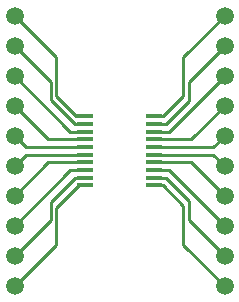
<source format=gbr>
%TF.GenerationSoftware,KiCad,Pcbnew,(5.1.10)-1*%
%TF.CreationDate,2022-01-04T20:30:03-05:00*%
%TF.ProjectId,LatchTest,4c617463-6854-4657-9374-2e6b69636164,rev?*%
%TF.SameCoordinates,Original*%
%TF.FileFunction,Copper,L1,Top*%
%TF.FilePolarity,Positive*%
%FSLAX46Y46*%
G04 Gerber Fmt 4.6, Leading zero omitted, Abs format (unit mm)*
G04 Created by KiCad (PCBNEW (5.1.10)-1) date 2022-01-04 20:30:03*
%MOMM*%
%LPD*%
G01*
G04 APERTURE LIST*
%TA.AperFunction,ComponentPad*%
%ADD10C,1.500000*%
%TD*%
%TA.AperFunction,SMDPad,CuDef*%
%ADD11R,1.454899X0.354800*%
%TD*%
%TA.AperFunction,Conductor*%
%ADD12C,0.250000*%
%TD*%
G04 APERTURE END LIST*
D10*
%TO.P,D1,1*%
%TO.N,Net-(TP1-Pad1)*%
X87630000Y-68580000D03*
%TD*%
D11*
%TO.P,U1,20*%
%TO.N,Net-(TP31-Pad1)*%
X99444548Y-72005002D03*
%TO.P,U1,19*%
%TO.N,Net-(TP10-Pad1)*%
X99444548Y-72655001D03*
%TO.P,U1,18*%
%TO.N,Net-(TP11-Pad1)*%
X99444548Y-73305002D03*
%TO.P,U1,17*%
%TO.N,Net-(TP12-Pad1)*%
X99444548Y-73955001D03*
%TO.P,U1,16*%
%TO.N,Net-(TP13-Pad1)*%
X99444548Y-74605002D03*
%TO.P,U1,15*%
%TO.N,Net-(TP14-Pad1)*%
X99444548Y-75255001D03*
%TO.P,U1,14*%
%TO.N,Net-(TP15-Pad1)*%
X99444548Y-75905002D03*
%TO.P,U1,13*%
%TO.N,Net-(TP16-Pad1)*%
X99444548Y-76555001D03*
%TO.P,U1,12*%
%TO.N,Net-(TP17-Pad1)*%
X99444548Y-77205002D03*
%TO.P,U1,11*%
%TO.N,Net-(TP20-Pad1)*%
X99444548Y-77855000D03*
%TO.P,U1,10*%
%TO.N,Net-(TP30-Pad1)*%
X93595452Y-77854998D03*
%TO.P,U1,9*%
%TO.N,Net-(TP7-Pad1)*%
X93595452Y-77204999D03*
%TO.P,U1,8*%
%TO.N,Net-(TP6-Pad1)*%
X93595452Y-76554998D03*
%TO.P,U1,7*%
%TO.N,Net-(TP5-Pad1)*%
X93595452Y-75904999D03*
%TO.P,U1,6*%
%TO.N,Net-(TP4-Pad1)*%
X93595452Y-75254998D03*
%TO.P,U1,5*%
%TO.N,Net-(TP3-Pad1)*%
X93595452Y-74604999D03*
%TO.P,U1,4*%
%TO.N,Net-(TP2-Pad1)*%
X93595452Y-73955001D03*
%TO.P,U1,3*%
%TO.N,Net-(TP1-Pad1)*%
X93595452Y-73304999D03*
%TO.P,U1,2*%
%TO.N,Net-(TP0-Pad1)*%
X93595452Y-72655001D03*
%TO.P,U1,1*%
%TO.N,Net-(TP21-Pad1)*%
X93595452Y-72005000D03*
%TD*%
D10*
%TO.P,LE,1*%
%TO.N,Net-(TP31-Pad1)*%
X105410000Y-63500000D03*
%TD*%
%TO.P,GND,1*%
%TO.N,Net-(TP30-Pad1)*%
X87630000Y-86360000D03*
%TD*%
%TO.P,OE,1*%
%TO.N,Net-(TP21-Pad1)*%
X87630000Y-63500000D03*
%TD*%
%TO.P,VCC,1*%
%TO.N,Net-(TP20-Pad1)*%
X105410000Y-86360000D03*
%TD*%
%TO.P,Q7,1*%
%TO.N,Net-(TP17-Pad1)*%
X105410000Y-83820000D03*
%TD*%
%TO.P,Q6,1*%
%TO.N,Net-(TP16-Pad1)*%
X105410000Y-81280000D03*
%TD*%
%TO.P,Q5,1*%
%TO.N,Net-(TP15-Pad1)*%
X105410000Y-78740000D03*
%TD*%
%TO.P,Q4,1*%
%TO.N,Net-(TP14-Pad1)*%
X105410000Y-76200000D03*
%TD*%
%TO.P,Q3,1*%
%TO.N,Net-(TP13-Pad1)*%
X105410000Y-73660000D03*
%TD*%
%TO.P,Q2,1*%
%TO.N,Net-(TP12-Pad1)*%
X105410000Y-71120000D03*
%TD*%
%TO.P,Q1,1*%
%TO.N,Net-(TP11-Pad1)*%
X105410000Y-68580000D03*
%TD*%
%TO.P,Q0,1*%
%TO.N,Net-(TP10-Pad1)*%
X105410000Y-66040000D03*
%TD*%
%TO.P,D7,1*%
%TO.N,Net-(TP7-Pad1)*%
X87630000Y-83820000D03*
%TD*%
%TO.P,D6,1*%
%TO.N,Net-(TP6-Pad1)*%
X87630000Y-81280000D03*
%TD*%
%TO.P,D5,1*%
%TO.N,Net-(TP5-Pad1)*%
X87630000Y-78740000D03*
%TD*%
%TO.P,D4,1*%
%TO.N,Net-(TP4-Pad1)*%
X87630000Y-76200000D03*
%TD*%
%TO.P,D3,1*%
%TO.N,Net-(TP3-Pad1)*%
X87630000Y-73660000D03*
%TD*%
%TO.P,D2,1*%
%TO.N,Net-(TP2-Pad1)*%
X87630000Y-71120000D03*
%TD*%
%TO.P,D0,1*%
%TO.N,Net-(TP0-Pad1)*%
X87630000Y-66040000D03*
%TD*%
D12*
%TO.N,Net-(TP0-Pad1)*%
X92755602Y-72655001D02*
X90678000Y-70577399D01*
X93595452Y-72655001D02*
X92755602Y-72655001D01*
X90678000Y-69088000D02*
X87630000Y-66040000D01*
X90678000Y-70577399D02*
X90678000Y-69088000D01*
%TO.N,Net-(TP1-Pad1)*%
X92354999Y-73304999D02*
X87630000Y-68580000D01*
X93595452Y-73304999D02*
X92354999Y-73304999D01*
%TO.N,Net-(TP2-Pad1)*%
X90465001Y-73955001D02*
X87630000Y-71120000D01*
X93595452Y-73955001D02*
X90465001Y-73955001D01*
%TO.N,Net-(TP3-Pad1)*%
X88574999Y-74604999D02*
X87630000Y-73660000D01*
X93595452Y-74604999D02*
X88574999Y-74604999D01*
%TO.N,Net-(TP4-Pad1)*%
X88575002Y-75254998D02*
X87630000Y-76200000D01*
X93595452Y-75254998D02*
X88575002Y-75254998D01*
%TO.N,Net-(TP5-Pad1)*%
X90465001Y-75904999D02*
X87630000Y-78740000D01*
X93595452Y-75904999D02*
X90465001Y-75904999D01*
%TO.N,Net-(TP6-Pad1)*%
X92355002Y-76554998D02*
X87630000Y-81280000D01*
X93595452Y-76554998D02*
X92355002Y-76554998D01*
%TO.N,Net-(TP7-Pad1)*%
X87630000Y-83820000D02*
X90678000Y-80772000D01*
X92755600Y-77204999D02*
X93595452Y-77204999D01*
X90678000Y-79282599D02*
X92755600Y-77204999D01*
X90678000Y-80772000D02*
X90678000Y-79282599D01*
%TO.N,Net-(TP10-Pad1)*%
X100421997Y-72655001D02*
X102362000Y-70714998D01*
X99444548Y-72655001D02*
X100421997Y-72655001D01*
X102362000Y-69088000D02*
X105410000Y-66040000D01*
X102362000Y-70714998D02*
X102362000Y-69088000D01*
%TO.N,Net-(TP11-Pad1)*%
X100684998Y-73305002D02*
X105410000Y-68580000D01*
X99444548Y-73305002D02*
X100684998Y-73305002D01*
%TO.N,Net-(TP12-Pad1)*%
X102574999Y-73955001D02*
X105410000Y-71120000D01*
X99444548Y-73955001D02*
X102574999Y-73955001D01*
%TO.N,Net-(TP13-Pad1)*%
X104464998Y-74605002D02*
X105410000Y-73660000D01*
X99444548Y-74605002D02*
X104464998Y-74605002D01*
%TO.N,Net-(TP14-Pad1)*%
X104465001Y-75255001D02*
X105410000Y-76200000D01*
X99444548Y-75255001D02*
X104465001Y-75255001D01*
%TO.N,Net-(TP15-Pad1)*%
X102575002Y-75905002D02*
X105410000Y-78740000D01*
X99444548Y-75905002D02*
X102575002Y-75905002D01*
%TO.N,Net-(TP16-Pad1)*%
X100685001Y-76555001D02*
X105410000Y-81280000D01*
X99444548Y-76555001D02*
X100685001Y-76555001D01*
%TO.N,Net-(TP17-Pad1)*%
X100421997Y-77205002D02*
X102362000Y-79145005D01*
X99444548Y-77205002D02*
X100421997Y-77205002D01*
X102362000Y-80772000D02*
X105410000Y-83820000D01*
X102362000Y-79145005D02*
X102362000Y-80772000D01*
%TO.N,Net-(TP20-Pad1)*%
X101911990Y-79559990D02*
X101911990Y-82861990D01*
X101911990Y-82861990D02*
X105410000Y-86360000D01*
X99444548Y-77855000D02*
X100207000Y-77855000D01*
X100207000Y-77855000D02*
X101911990Y-79559990D01*
%TO.N,Net-(TP21-Pad1)*%
X87630000Y-63500000D02*
X91128010Y-66998010D01*
X92833000Y-72005000D02*
X93595452Y-72005000D01*
X91128010Y-70300010D02*
X92833000Y-72005000D01*
X91128010Y-66998010D02*
X91128010Y-70300010D01*
%TO.N,Net-(TP30-Pad1)*%
X91128010Y-82861990D02*
X87630000Y-86360000D01*
X91128010Y-79772391D02*
X91128010Y-82861990D01*
X93045403Y-77854998D02*
X91128010Y-79772391D01*
X93595452Y-77854998D02*
X93045403Y-77854998D01*
%TO.N,Net-(TP31-Pad1)*%
X99444548Y-72005002D02*
X100206998Y-72005002D01*
X101911990Y-66998010D02*
X105410000Y-63500000D01*
X101911990Y-70300010D02*
X101911990Y-66998010D01*
X100206998Y-72005002D02*
X101911990Y-70300010D01*
%TD*%
M02*

</source>
